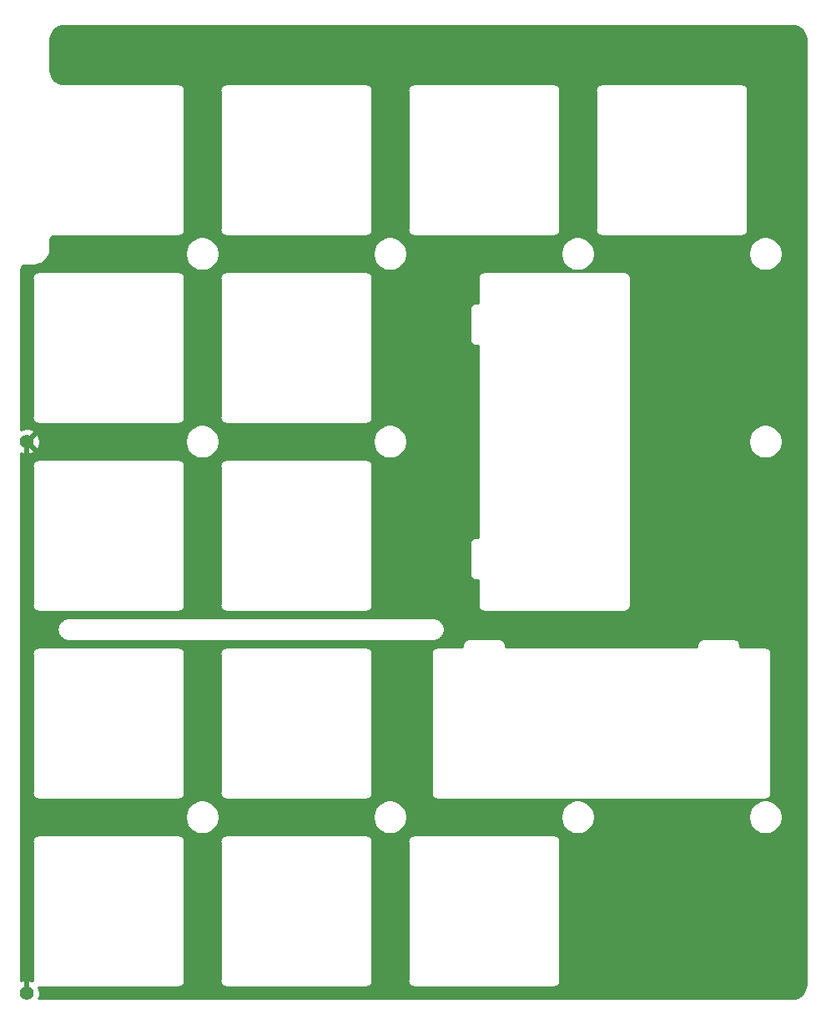
<source format=gbl>
G04 #@! TF.GenerationSoftware,KiCad,Pcbnew,(5.1.9)-1*
G04 #@! TF.CreationDate,2021-04-18T14:03:54+09:00*
G04 #@! TF.ProjectId,_____________,f3e135fa-7f28-4c8c-93d7-d7ecfcc82e6b,rev?*
G04 #@! TF.SameCoordinates,Original*
G04 #@! TF.FileFunction,Copper,L2,Bot*
G04 #@! TF.FilePolarity,Positive*
%FSLAX46Y46*%
G04 Gerber Fmt 4.6, Leading zero omitted, Abs format (unit mm)*
G04 Created by KiCad (PCBNEW (5.1.9)-1) date 2021-04-18 14:03:54*
%MOMM*%
%LPD*%
G01*
G04 APERTURE LIST*
G04 #@! TA.AperFunction,ComponentPad*
%ADD10C,1.400000*%
G04 #@! TD*
G04 #@! TA.AperFunction,Conductor*
%ADD11C,0.500000*%
G04 #@! TD*
G04 #@! TA.AperFunction,Conductor*
%ADD12C,0.254000*%
G04 #@! TD*
G04 #@! TA.AperFunction,Conductor*
%ADD13C,0.100000*%
G04 #@! TD*
G04 APERTURE END LIST*
D10*
X1225000Y1225000D03*
X1225000Y57150000D03*
D11*
X1225000Y1225000D02*
X1225000Y57150000D01*
D12*
X79217282Y99286733D02*
X79462355Y99212741D01*
X79688390Y99092557D01*
X79886781Y98930752D01*
X80049960Y98733503D01*
X80171720Y98508313D01*
X80247424Y98263753D01*
X80277501Y97977592D01*
X80277500Y2033505D01*
X80249233Y1745218D01*
X80175241Y1500145D01*
X80055054Y1274107D01*
X79893254Y1075721D01*
X79696003Y912540D01*
X79470810Y790779D01*
X79226253Y715076D01*
X78940102Y685000D01*
X2446173Y685000D01*
X2490934Y781242D01*
X2553183Y1036740D01*
X2564390Y1299473D01*
X2524125Y1559344D01*
X2439857Y1790147D01*
X2475000Y1786686D01*
X2508647Y1790000D01*
X16541353Y1790000D01*
X16575000Y1786686D01*
X16709283Y1799912D01*
X16838406Y1839081D01*
X16957407Y1902688D01*
X17061711Y1988289D01*
X17147312Y2092593D01*
X17210919Y2211594D01*
X17250088Y2340717D01*
X17260000Y2441353D01*
X17260000Y2441354D01*
X17263314Y2475000D01*
X17260000Y2508647D01*
X17260000Y16541353D01*
X17263314Y16575000D01*
X20836686Y16575000D01*
X20840001Y16541343D01*
X20840000Y2508647D01*
X20836686Y2475000D01*
X20849912Y2340717D01*
X20889081Y2211594D01*
X20952688Y2092593D01*
X21038289Y1988289D01*
X21121450Y1920040D01*
X21142593Y1902688D01*
X21261594Y1839081D01*
X21390717Y1799912D01*
X21525000Y1786686D01*
X21558647Y1790000D01*
X35591353Y1790000D01*
X35625000Y1786686D01*
X35759283Y1799912D01*
X35888406Y1839081D01*
X36007407Y1902688D01*
X36111711Y1988289D01*
X36197312Y2092593D01*
X36260919Y2211594D01*
X36300088Y2340717D01*
X36310000Y2441353D01*
X36310000Y2441354D01*
X36313314Y2475000D01*
X36310000Y2508647D01*
X36310000Y16541353D01*
X36313314Y16575000D01*
X39886686Y16575000D01*
X39890001Y16541343D01*
X39890000Y2508647D01*
X39886686Y2475000D01*
X39899912Y2340717D01*
X39939081Y2211594D01*
X40002688Y2092593D01*
X40088289Y1988289D01*
X40171450Y1920040D01*
X40192593Y1902688D01*
X40311594Y1839081D01*
X40440717Y1799912D01*
X40575000Y1786686D01*
X40608647Y1790000D01*
X54641353Y1790000D01*
X54675000Y1786686D01*
X54809283Y1799912D01*
X54938406Y1839081D01*
X55057407Y1902688D01*
X55161711Y1988289D01*
X55247312Y2092593D01*
X55310919Y2211594D01*
X55350088Y2340717D01*
X55360000Y2441353D01*
X55360000Y2441354D01*
X55363314Y2475000D01*
X55360000Y2508647D01*
X55360000Y16541353D01*
X55363314Y16575000D01*
X55350088Y16709283D01*
X55310919Y16838406D01*
X55247312Y16957407D01*
X55161711Y17061711D01*
X55057407Y17147312D01*
X54938406Y17210919D01*
X54809283Y17250088D01*
X54708647Y17260000D01*
X54675000Y17263314D01*
X54641353Y17260000D01*
X40608647Y17260000D01*
X40575000Y17263314D01*
X40541353Y17260000D01*
X40440717Y17250088D01*
X40311594Y17210919D01*
X40192593Y17147312D01*
X40088289Y17061711D01*
X40002688Y16957407D01*
X39939081Y16838406D01*
X39899912Y16709283D01*
X39886686Y16575000D01*
X36313314Y16575000D01*
X36300088Y16709283D01*
X36260919Y16838406D01*
X36197312Y16957407D01*
X36111711Y17061711D01*
X36007407Y17147312D01*
X35888406Y17210919D01*
X35759283Y17250088D01*
X35658647Y17260000D01*
X35625000Y17263314D01*
X35591353Y17260000D01*
X21558647Y17260000D01*
X21525000Y17263314D01*
X21491353Y17260000D01*
X21390717Y17250088D01*
X21261594Y17210919D01*
X21142593Y17147312D01*
X21038289Y17061711D01*
X20952688Y16957407D01*
X20889081Y16838406D01*
X20849912Y16709283D01*
X20836686Y16575000D01*
X17263314Y16575000D01*
X17250088Y16709283D01*
X17210919Y16838406D01*
X17147312Y16957407D01*
X17061711Y17061711D01*
X16957407Y17147312D01*
X16838406Y17210919D01*
X16709283Y17250088D01*
X16608647Y17260000D01*
X16575000Y17263314D01*
X16541353Y17260000D01*
X2508647Y17260000D01*
X2475000Y17263314D01*
X2441353Y17260000D01*
X2340717Y17250088D01*
X2211594Y17210919D01*
X2092593Y17147312D01*
X1988289Y17061711D01*
X1902688Y16957407D01*
X1839081Y16838406D01*
X1799912Y16709283D01*
X1786686Y16575000D01*
X1790001Y16541343D01*
X1790000Y2508647D01*
X1786686Y2475000D01*
X1790703Y2434219D01*
X1668758Y2490934D01*
X1413260Y2553183D01*
X1150527Y2564390D01*
X890656Y2524125D01*
X685000Y2449038D01*
X685000Y19220883D01*
X17315000Y19220883D01*
X17315000Y18879117D01*
X17381675Y18543919D01*
X17512463Y18228169D01*
X17702337Y17944002D01*
X17944002Y17702337D01*
X18228169Y17512463D01*
X18543919Y17381675D01*
X18879117Y17315000D01*
X19220883Y17315000D01*
X19556081Y17381675D01*
X19871831Y17512463D01*
X20155998Y17702337D01*
X20397663Y17944002D01*
X20587537Y18228169D01*
X20718325Y18543919D01*
X20785000Y18879117D01*
X20785000Y19220883D01*
X36365000Y19220883D01*
X36365000Y18879117D01*
X36431675Y18543919D01*
X36562463Y18228169D01*
X36752337Y17944002D01*
X36994002Y17702337D01*
X37278169Y17512463D01*
X37593919Y17381675D01*
X37929117Y17315000D01*
X38270883Y17315000D01*
X38606081Y17381675D01*
X38921831Y17512463D01*
X39205998Y17702337D01*
X39447663Y17944002D01*
X39637537Y18228169D01*
X39768325Y18543919D01*
X39835000Y18879117D01*
X39835000Y19220883D01*
X55415000Y19220883D01*
X55415000Y18879117D01*
X55481675Y18543919D01*
X55612463Y18228169D01*
X55802337Y17944002D01*
X56044002Y17702337D01*
X56328169Y17512463D01*
X56643919Y17381675D01*
X56979117Y17315000D01*
X57320883Y17315000D01*
X57656081Y17381675D01*
X57971831Y17512463D01*
X58255998Y17702337D01*
X58497663Y17944002D01*
X58687537Y18228169D01*
X58818325Y18543919D01*
X58885000Y18879117D01*
X58885000Y19220883D01*
X74465000Y19220883D01*
X74465000Y18879117D01*
X74531675Y18543919D01*
X74662463Y18228169D01*
X74852337Y17944002D01*
X75094002Y17702337D01*
X75378169Y17512463D01*
X75693919Y17381675D01*
X76029117Y17315000D01*
X76370883Y17315000D01*
X76706081Y17381675D01*
X77021831Y17512463D01*
X77305998Y17702337D01*
X77547663Y17944002D01*
X77737537Y18228169D01*
X77868325Y18543919D01*
X77935000Y18879117D01*
X77935000Y19220883D01*
X77868325Y19556081D01*
X77737537Y19871831D01*
X77547663Y20155998D01*
X77305998Y20397663D01*
X77021831Y20587537D01*
X76706081Y20718325D01*
X76370883Y20785000D01*
X76029117Y20785000D01*
X75693919Y20718325D01*
X75378169Y20587537D01*
X75094002Y20397663D01*
X74852337Y20155998D01*
X74662463Y19871831D01*
X74531675Y19556081D01*
X74465000Y19220883D01*
X58885000Y19220883D01*
X58818325Y19556081D01*
X58687537Y19871831D01*
X58497663Y20155998D01*
X58255998Y20397663D01*
X57971831Y20587537D01*
X57656081Y20718325D01*
X57320883Y20785000D01*
X56979117Y20785000D01*
X56643919Y20718325D01*
X56328169Y20587537D01*
X56044002Y20397663D01*
X55802337Y20155998D01*
X55612463Y19871831D01*
X55481675Y19556081D01*
X55415000Y19220883D01*
X39835000Y19220883D01*
X39768325Y19556081D01*
X39637537Y19871831D01*
X39447663Y20155998D01*
X39205998Y20397663D01*
X38921831Y20587537D01*
X38606081Y20718325D01*
X38270883Y20785000D01*
X37929117Y20785000D01*
X37593919Y20718325D01*
X37278169Y20587537D01*
X36994002Y20397663D01*
X36752337Y20155998D01*
X36562463Y19871831D01*
X36431675Y19556081D01*
X36365000Y19220883D01*
X20785000Y19220883D01*
X20718325Y19556081D01*
X20587537Y19871831D01*
X20397663Y20155998D01*
X20155998Y20397663D01*
X19871831Y20587537D01*
X19556081Y20718325D01*
X19220883Y20785000D01*
X18879117Y20785000D01*
X18543919Y20718325D01*
X18228169Y20587537D01*
X17944002Y20397663D01*
X17702337Y20155998D01*
X17512463Y19871831D01*
X17381675Y19556081D01*
X17315000Y19220883D01*
X685000Y19220883D01*
X685000Y35625000D01*
X1786686Y35625000D01*
X1790001Y35591343D01*
X1790000Y21558647D01*
X1786686Y21525000D01*
X1799912Y21390717D01*
X1839081Y21261594D01*
X1902688Y21142593D01*
X1988289Y21038289D01*
X2092593Y20952688D01*
X2211594Y20889081D01*
X2340717Y20849912D01*
X2475000Y20836686D01*
X2508647Y20840000D01*
X16541353Y20840000D01*
X16575000Y20836686D01*
X16709283Y20849912D01*
X16838406Y20889081D01*
X16957407Y20952688D01*
X17061711Y21038289D01*
X17147312Y21142593D01*
X17210919Y21261594D01*
X17250088Y21390717D01*
X17260000Y21491353D01*
X17260000Y21491354D01*
X17263314Y21525000D01*
X17260000Y21558647D01*
X17260000Y35591354D01*
X17263314Y35625000D01*
X20836686Y35625000D01*
X20840001Y35591343D01*
X20840000Y21558647D01*
X20836686Y21525000D01*
X20849912Y21390717D01*
X20889081Y21261594D01*
X20952688Y21142593D01*
X21038289Y21038289D01*
X21142593Y20952688D01*
X21261594Y20889081D01*
X21390717Y20849912D01*
X21525000Y20836686D01*
X21558647Y20840000D01*
X35591353Y20840000D01*
X35625000Y20836686D01*
X35759283Y20849912D01*
X35888406Y20889081D01*
X36007407Y20952688D01*
X36111711Y21038289D01*
X36197312Y21142593D01*
X36260919Y21261594D01*
X36300088Y21390717D01*
X36310000Y21491353D01*
X36310000Y21491354D01*
X36313314Y21525000D01*
X36310000Y21558647D01*
X36310000Y35591354D01*
X36313314Y35625000D01*
X42267936Y35625000D01*
X42271250Y35591354D01*
X42271251Y21558657D01*
X42267936Y21525000D01*
X42281162Y21390717D01*
X42320331Y21261594D01*
X42383938Y21142593D01*
X42469539Y21038289D01*
X42573843Y20952688D01*
X42692844Y20889081D01*
X42821967Y20849912D01*
X42922603Y20840000D01*
X42956250Y20836686D01*
X42989897Y20840000D01*
X76072603Y20840000D01*
X76106250Y20836686D01*
X76240533Y20849912D01*
X76369656Y20889081D01*
X76488657Y20952688D01*
X76592961Y21038289D01*
X76678562Y21142593D01*
X76742169Y21261594D01*
X76781338Y21390717D01*
X76791250Y21491353D01*
X76791250Y21491354D01*
X76794564Y21525000D01*
X76791250Y21558647D01*
X76791250Y35591354D01*
X76794564Y35625000D01*
X76781338Y35759283D01*
X76742169Y35888406D01*
X76678562Y36007407D01*
X76592961Y36111711D01*
X76488657Y36197312D01*
X76369656Y36260919D01*
X76240533Y36300088D01*
X76139897Y36310000D01*
X76106250Y36313314D01*
X76072603Y36310000D01*
X73616250Y36310000D01*
X73616250Y36441353D01*
X73619564Y36475000D01*
X73606338Y36609283D01*
X73567169Y36738406D01*
X73503562Y36857407D01*
X73417961Y36961711D01*
X73313657Y37047312D01*
X73194656Y37110919D01*
X73065533Y37150088D01*
X72964897Y37160000D01*
X72931250Y37163314D01*
X72897603Y37160000D01*
X69964897Y37160000D01*
X69931250Y37163314D01*
X69897603Y37160000D01*
X69796967Y37150088D01*
X69667844Y37110919D01*
X69548843Y37047312D01*
X69444539Y36961711D01*
X69358938Y36857407D01*
X69295331Y36738406D01*
X69256162Y36609283D01*
X69242936Y36475000D01*
X69246250Y36441353D01*
X69246250Y36310000D01*
X49816250Y36310000D01*
X49816250Y36441353D01*
X49819564Y36475000D01*
X49806338Y36609283D01*
X49767169Y36738406D01*
X49703562Y36857407D01*
X49617961Y36961711D01*
X49513657Y37047312D01*
X49394656Y37110919D01*
X49265533Y37150088D01*
X49164897Y37160000D01*
X49131250Y37163314D01*
X49097603Y37160000D01*
X46164897Y37160000D01*
X46131250Y37163314D01*
X46097603Y37160000D01*
X45996967Y37150088D01*
X45867844Y37110919D01*
X45748843Y37047312D01*
X45644539Y36961711D01*
X45558938Y36857407D01*
X45495331Y36738406D01*
X45456162Y36609283D01*
X45442936Y36475000D01*
X45446250Y36441353D01*
X45446250Y36310000D01*
X42989897Y36310000D01*
X42956250Y36313314D01*
X42922603Y36310000D01*
X42821967Y36300088D01*
X42692844Y36260919D01*
X42573843Y36197312D01*
X42469539Y36111711D01*
X42383938Y36007407D01*
X42320331Y35888406D01*
X42281162Y35759283D01*
X42267936Y35625000D01*
X36313314Y35625000D01*
X36300088Y35759283D01*
X36260919Y35888406D01*
X36197312Y36007407D01*
X36111711Y36111711D01*
X36007407Y36197312D01*
X35888406Y36260919D01*
X35759283Y36300088D01*
X35658647Y36310000D01*
X35625000Y36313314D01*
X35591353Y36310000D01*
X21558647Y36310000D01*
X21525000Y36313314D01*
X21491353Y36310000D01*
X21390717Y36300088D01*
X21261594Y36260919D01*
X21142593Y36197312D01*
X21038289Y36111711D01*
X20952688Y36007407D01*
X20889081Y35888406D01*
X20849912Y35759283D01*
X20836686Y35625000D01*
X17263314Y35625000D01*
X17250088Y35759283D01*
X17210919Y35888406D01*
X17147312Y36007407D01*
X17061711Y36111711D01*
X16957407Y36197312D01*
X16838406Y36260919D01*
X16709283Y36300088D01*
X16608647Y36310000D01*
X16575000Y36313314D01*
X16541353Y36310000D01*
X2508647Y36310000D01*
X2475000Y36313314D01*
X2441353Y36310000D01*
X2340717Y36300088D01*
X2211594Y36260919D01*
X2092593Y36197312D01*
X1988289Y36111711D01*
X1902688Y36007407D01*
X1839081Y35888406D01*
X1799912Y35759283D01*
X1786686Y35625000D01*
X685000Y35625000D01*
X685000Y38158591D01*
X4317831Y38158591D01*
X4318265Y38096509D01*
X4317831Y38034427D01*
X4318764Y38024908D01*
X4328964Y37927860D01*
X4341455Y37867010D01*
X4353082Y37806058D01*
X4355845Y37796904D01*
X4355847Y37796898D01*
X4384702Y37703683D01*
X4408754Y37646467D01*
X4432020Y37588881D01*
X4436510Y37580436D01*
X4482923Y37494599D01*
X4517638Y37443133D01*
X4551636Y37391179D01*
X4557680Y37383768D01*
X4619882Y37308579D01*
X4663930Y37264838D01*
X4707369Y37220478D01*
X4714739Y37214382D01*
X4714744Y37214377D01*
X4714750Y37214373D01*
X4790360Y37152706D01*
X4842041Y37118368D01*
X4893306Y37083267D01*
X4901719Y37078718D01*
X4987880Y37032906D01*
X5045296Y37009242D01*
X5102339Y36984792D01*
X5111475Y36981964D01*
X5204893Y36953759D01*
X5265813Y36941697D01*
X5326530Y36928791D01*
X5336042Y36927791D01*
X5433159Y36918269D01*
X5433163Y36918269D01*
X5466353Y36915000D01*
X42489897Y36915000D01*
X42523585Y36918318D01*
X42530072Y36918318D01*
X42539584Y36919318D01*
X42581711Y36924043D01*
X42590533Y36924912D01*
X42591164Y36925103D01*
X42636559Y36930195D01*
X42697255Y36943096D01*
X42758192Y36955162D01*
X42767329Y36957990D01*
X42860344Y36987496D01*
X42917445Y37011970D01*
X42974808Y37035613D01*
X42983221Y37040161D01*
X43068734Y37087172D01*
X43119949Y37122240D01*
X43171677Y37156608D01*
X43179039Y37162700D01*
X43179043Y37162702D01*
X43179046Y37162705D01*
X43253798Y37225430D01*
X43297235Y37269787D01*
X43341287Y37313532D01*
X43347332Y37320943D01*
X43408478Y37396993D01*
X43442486Y37448963D01*
X43477191Y37500416D01*
X43481682Y37508861D01*
X43526892Y37595340D01*
X43550144Y37652892D01*
X43574207Y37710134D01*
X43576971Y37719290D01*
X43604523Y37812902D01*
X43616158Y37873893D01*
X43628641Y37934709D01*
X43629575Y37944227D01*
X43638419Y38041410D01*
X43637985Y38103492D01*
X43638419Y38165573D01*
X43637486Y38175091D01*
X43627286Y38272140D01*
X43614797Y38332983D01*
X43603168Y38393942D01*
X43600404Y38403098D01*
X43571548Y38496317D01*
X43547482Y38553566D01*
X43524229Y38611119D01*
X43519739Y38619564D01*
X43473327Y38705402D01*
X43438600Y38756885D01*
X43404614Y38808821D01*
X43398570Y38816233D01*
X43336368Y38891421D01*
X43292301Y38935182D01*
X43248880Y38979522D01*
X43241511Y38985619D01*
X43165890Y39047294D01*
X43114209Y39081632D01*
X43062944Y39116733D01*
X43054531Y39121282D01*
X42968370Y39167094D01*
X42910954Y39190758D01*
X42853911Y39215208D01*
X42844775Y39218036D01*
X42751357Y39246241D01*
X42690445Y39258302D01*
X42629721Y39271209D01*
X42620209Y39272209D01*
X42523091Y39281731D01*
X42523087Y39281731D01*
X42489897Y39285000D01*
X5466353Y39285000D01*
X5432665Y39281682D01*
X5426178Y39281682D01*
X5416666Y39280682D01*
X5374539Y39275957D01*
X5365717Y39275088D01*
X5365086Y39274897D01*
X5319691Y39269805D01*
X5258988Y39256902D01*
X5198058Y39244838D01*
X5188921Y39242010D01*
X5095906Y39212504D01*
X5038817Y39188035D01*
X4981442Y39164387D01*
X4973028Y39159838D01*
X4887516Y39112828D01*
X4836274Y39077742D01*
X4784573Y39043391D01*
X4777211Y39037300D01*
X4777207Y39037298D01*
X4777204Y39037295D01*
X4702452Y38974570D01*
X4659031Y38930229D01*
X4614963Y38886468D01*
X4608918Y38879057D01*
X4547772Y38803007D01*
X4513774Y38751053D01*
X4479059Y38699584D01*
X4474568Y38691139D01*
X4429358Y38604660D01*
X4406113Y38547125D01*
X4382043Y38489866D01*
X4379279Y38480710D01*
X4351727Y38387098D01*
X4340094Y38326115D01*
X4327609Y38265292D01*
X4326675Y38255773D01*
X4317831Y38158591D01*
X685000Y38158591D01*
X685000Y54675000D01*
X1786686Y54675000D01*
X1790001Y54641343D01*
X1790000Y40608647D01*
X1786686Y40575000D01*
X1799912Y40440717D01*
X1839081Y40311594D01*
X1902688Y40192593D01*
X1988289Y40088289D01*
X2092593Y40002688D01*
X2211594Y39939081D01*
X2340717Y39899912D01*
X2475000Y39886686D01*
X2508647Y39890000D01*
X16541353Y39890000D01*
X16575000Y39886686D01*
X16709283Y39899912D01*
X16838406Y39939081D01*
X16957407Y40002688D01*
X17061711Y40088289D01*
X17147312Y40192593D01*
X17210919Y40311594D01*
X17250088Y40440717D01*
X17260000Y40541353D01*
X17260000Y40541354D01*
X17263314Y40575000D01*
X17260000Y40608647D01*
X17260000Y54641353D01*
X17263314Y54675000D01*
X20836686Y54675000D01*
X20840001Y54641343D01*
X20840000Y40608647D01*
X20836686Y40575000D01*
X20849912Y40440717D01*
X20889081Y40311594D01*
X20952688Y40192593D01*
X21038289Y40088289D01*
X21142593Y40002688D01*
X21261594Y39939081D01*
X21390717Y39899912D01*
X21525000Y39886686D01*
X21558647Y39890000D01*
X35591353Y39890000D01*
X35625000Y39886686D01*
X35759283Y39899912D01*
X35888406Y39939081D01*
X36007407Y40002688D01*
X36111711Y40088289D01*
X36197312Y40192593D01*
X36260919Y40311594D01*
X36300088Y40440717D01*
X36310000Y40541353D01*
X36310000Y40541354D01*
X36313314Y40575000D01*
X36310000Y40608647D01*
X36310000Y54641353D01*
X36313314Y54675000D01*
X36300088Y54809283D01*
X36260919Y54938406D01*
X36197312Y55057407D01*
X36111711Y55161711D01*
X36007407Y55247312D01*
X35888406Y55310919D01*
X35759283Y55350088D01*
X35658647Y55360000D01*
X35625000Y55363314D01*
X35591353Y55360000D01*
X21558647Y55360000D01*
X21525000Y55363314D01*
X21491353Y55360000D01*
X21390717Y55350088D01*
X21261594Y55310919D01*
X21142593Y55247312D01*
X21038289Y55161711D01*
X20952688Y55057407D01*
X20889081Y54938406D01*
X20849912Y54809283D01*
X20836686Y54675000D01*
X17263314Y54675000D01*
X17250088Y54809283D01*
X17210919Y54938406D01*
X17147312Y55057407D01*
X17061711Y55161711D01*
X16957407Y55247312D01*
X16838406Y55310919D01*
X16709283Y55350088D01*
X16608647Y55360000D01*
X16575000Y55363314D01*
X16541353Y55360000D01*
X2508647Y55360000D01*
X2475000Y55363314D01*
X2441353Y55360000D01*
X2340717Y55350088D01*
X2211594Y55310919D01*
X2092593Y55247312D01*
X1988289Y55161711D01*
X1902688Y55057407D01*
X1839081Y54938406D01*
X1799912Y54809283D01*
X1786686Y54675000D01*
X685000Y54675000D01*
X685000Y55928827D01*
X781242Y55884066D01*
X1036740Y55821817D01*
X1299473Y55810610D01*
X1559344Y55850875D01*
X1806366Y55941065D01*
X1907203Y55994963D01*
X1966664Y56228731D01*
X1225000Y56970395D01*
X1210858Y56956253D01*
X1031253Y57135858D01*
X1045395Y57150000D01*
X1404605Y57150000D01*
X2146269Y56408336D01*
X2380037Y56467797D01*
X2490934Y56706242D01*
X2553183Y56961740D01*
X2564390Y57224473D01*
X2549453Y57320883D01*
X17315000Y57320883D01*
X17315000Y56979117D01*
X17381675Y56643919D01*
X17512463Y56328169D01*
X17702337Y56044002D01*
X17944002Y55802337D01*
X18228169Y55612463D01*
X18543919Y55481675D01*
X18879117Y55415000D01*
X19220883Y55415000D01*
X19556081Y55481675D01*
X19871831Y55612463D01*
X20155998Y55802337D01*
X20397663Y56044002D01*
X20587537Y56328169D01*
X20718325Y56643919D01*
X20785000Y56979117D01*
X20785000Y57320883D01*
X36365000Y57320883D01*
X36365000Y56979117D01*
X36431675Y56643919D01*
X36562463Y56328169D01*
X36752337Y56044002D01*
X36994002Y55802337D01*
X37278169Y55612463D01*
X37593919Y55481675D01*
X37929117Y55415000D01*
X38270883Y55415000D01*
X38606081Y55481675D01*
X38921831Y55612463D01*
X39205998Y55802337D01*
X39447663Y56044002D01*
X39637537Y56328169D01*
X39768325Y56643919D01*
X39835000Y56979117D01*
X39835000Y57320883D01*
X39768325Y57656081D01*
X39637537Y57971831D01*
X39447663Y58255998D01*
X39205998Y58497663D01*
X38921831Y58687537D01*
X38606081Y58818325D01*
X38270883Y58885000D01*
X37929117Y58885000D01*
X37593919Y58818325D01*
X37278169Y58687537D01*
X36994002Y58497663D01*
X36752337Y58255998D01*
X36562463Y57971831D01*
X36431675Y57656081D01*
X36365000Y57320883D01*
X20785000Y57320883D01*
X20718325Y57656081D01*
X20587537Y57971831D01*
X20397663Y58255998D01*
X20155998Y58497663D01*
X19871831Y58687537D01*
X19556081Y58818325D01*
X19220883Y58885000D01*
X18879117Y58885000D01*
X18543919Y58818325D01*
X18228169Y58687537D01*
X17944002Y58497663D01*
X17702337Y58255998D01*
X17512463Y57971831D01*
X17381675Y57656081D01*
X17315000Y57320883D01*
X2549453Y57320883D01*
X2524125Y57484344D01*
X2433935Y57731366D01*
X2380037Y57832203D01*
X2146269Y57891664D01*
X1404605Y57150000D01*
X1045395Y57150000D01*
X1031253Y57164143D01*
X1210858Y57343748D01*
X1225000Y57329605D01*
X1966664Y58071269D01*
X1907203Y58305037D01*
X1668758Y58415934D01*
X1413260Y58478183D01*
X1150527Y58489390D01*
X890656Y58449125D01*
X685000Y58374038D01*
X685000Y73725000D01*
X1786686Y73725000D01*
X1790001Y73691343D01*
X1790000Y59658647D01*
X1786686Y59625000D01*
X1799912Y59490717D01*
X1839081Y59361594D01*
X1902688Y59242593D01*
X1988289Y59138289D01*
X2092593Y59052688D01*
X2211594Y58989081D01*
X2340717Y58949912D01*
X2475000Y58936686D01*
X2508647Y58940000D01*
X16541353Y58940000D01*
X16575000Y58936686D01*
X16709283Y58949912D01*
X16838406Y58989081D01*
X16957407Y59052688D01*
X17061711Y59138289D01*
X17147312Y59242593D01*
X17210919Y59361594D01*
X17250088Y59490717D01*
X17260000Y59591353D01*
X17260000Y59591354D01*
X17263314Y59625000D01*
X17260000Y59658647D01*
X17260000Y73691353D01*
X17263314Y73725000D01*
X20836686Y73725000D01*
X20840001Y73691343D01*
X20840000Y59658647D01*
X20836686Y59625000D01*
X20849912Y59490717D01*
X20889081Y59361594D01*
X20952688Y59242593D01*
X21038289Y59138289D01*
X21142593Y59052688D01*
X21261594Y58989081D01*
X21390717Y58949912D01*
X21525000Y58936686D01*
X21558647Y58940000D01*
X35591353Y58940000D01*
X35625000Y58936686D01*
X35759283Y58949912D01*
X35888406Y58989081D01*
X36007407Y59052688D01*
X36111711Y59138289D01*
X36197312Y59242593D01*
X36260919Y59361594D01*
X36300088Y59490717D01*
X36310000Y59591353D01*
X36310000Y59591354D01*
X36313314Y59625000D01*
X36310000Y59658647D01*
X36310000Y70550000D01*
X46180436Y70550000D01*
X46183751Y70516343D01*
X46183750Y67583647D01*
X46180436Y67550000D01*
X46193662Y67415717D01*
X46232831Y67286594D01*
X46296438Y67167593D01*
X46382039Y67063289D01*
X46486343Y66977688D01*
X46605344Y66914081D01*
X46734467Y66874912D01*
X46868750Y66861686D01*
X46902397Y66865000D01*
X47033751Y66865000D01*
X47033750Y47435000D01*
X46902397Y47435000D01*
X46868750Y47438314D01*
X46835103Y47435000D01*
X46734467Y47425088D01*
X46605344Y47385919D01*
X46486343Y47322312D01*
X46382039Y47236711D01*
X46296438Y47132407D01*
X46232831Y47013406D01*
X46193662Y46884283D01*
X46180436Y46750000D01*
X46183751Y46716343D01*
X46183750Y43783647D01*
X46180436Y43750000D01*
X46193662Y43615717D01*
X46232831Y43486594D01*
X46296438Y43367593D01*
X46382039Y43263289D01*
X46486343Y43177688D01*
X46605344Y43114081D01*
X46734467Y43074912D01*
X46868750Y43061686D01*
X46902397Y43065000D01*
X47033751Y43065000D01*
X47033750Y40608647D01*
X47030436Y40575000D01*
X47043662Y40440717D01*
X47082831Y40311594D01*
X47146438Y40192593D01*
X47232039Y40088289D01*
X47336343Y40002688D01*
X47455344Y39939081D01*
X47584467Y39899912D01*
X47718750Y39886686D01*
X47752397Y39890000D01*
X61785103Y39890000D01*
X61818750Y39886686D01*
X61852397Y39890000D01*
X61953033Y39899912D01*
X62082156Y39939081D01*
X62201157Y40002688D01*
X62305461Y40088289D01*
X62391062Y40192593D01*
X62454669Y40311594D01*
X62493838Y40440717D01*
X62507064Y40575000D01*
X62503750Y40608647D01*
X62503750Y57320883D01*
X74465000Y57320883D01*
X74465000Y56979117D01*
X74531675Y56643919D01*
X74662463Y56328169D01*
X74852337Y56044002D01*
X75094002Y55802337D01*
X75378169Y55612463D01*
X75693919Y55481675D01*
X76029117Y55415000D01*
X76370883Y55415000D01*
X76706081Y55481675D01*
X77021831Y55612463D01*
X77305998Y55802337D01*
X77547663Y56044002D01*
X77737537Y56328169D01*
X77868325Y56643919D01*
X77935000Y56979117D01*
X77935000Y57320883D01*
X77868325Y57656081D01*
X77737537Y57971831D01*
X77547663Y58255998D01*
X77305998Y58497663D01*
X77021831Y58687537D01*
X76706081Y58818325D01*
X76370883Y58885000D01*
X76029117Y58885000D01*
X75693919Y58818325D01*
X75378169Y58687537D01*
X75094002Y58497663D01*
X74852337Y58255998D01*
X74662463Y57971831D01*
X74531675Y57656081D01*
X74465000Y57320883D01*
X62503750Y57320883D01*
X62503750Y73691353D01*
X62507064Y73725000D01*
X62493838Y73859283D01*
X62454669Y73988406D01*
X62391062Y74107407D01*
X62305461Y74211711D01*
X62201157Y74297312D01*
X62082156Y74360919D01*
X61953033Y74400088D01*
X61852397Y74410000D01*
X61818750Y74413314D01*
X61785103Y74410000D01*
X47752397Y74410000D01*
X47718750Y74413314D01*
X47685103Y74410000D01*
X47584467Y74400088D01*
X47455344Y74360919D01*
X47336343Y74297312D01*
X47232039Y74211711D01*
X47146438Y74107407D01*
X47082831Y73988406D01*
X47043662Y73859283D01*
X47030436Y73725000D01*
X47033751Y73691343D01*
X47033750Y71235000D01*
X46902397Y71235000D01*
X46868750Y71238314D01*
X46835103Y71235000D01*
X46734467Y71225088D01*
X46605344Y71185919D01*
X46486343Y71122312D01*
X46382039Y71036711D01*
X46296438Y70932407D01*
X46232831Y70813406D01*
X46193662Y70684283D01*
X46180436Y70550000D01*
X36310000Y70550000D01*
X36310000Y73691353D01*
X36313314Y73725000D01*
X36300088Y73859283D01*
X36260919Y73988406D01*
X36197312Y74107407D01*
X36111711Y74211711D01*
X36007407Y74297312D01*
X35888406Y74360919D01*
X35759283Y74400088D01*
X35658647Y74410000D01*
X35625000Y74413314D01*
X35591353Y74410000D01*
X21558647Y74410000D01*
X21525000Y74413314D01*
X21491353Y74410000D01*
X21390717Y74400088D01*
X21261594Y74360919D01*
X21142593Y74297312D01*
X21038289Y74211711D01*
X20952688Y74107407D01*
X20889081Y73988406D01*
X20849912Y73859283D01*
X20836686Y73725000D01*
X17263314Y73725000D01*
X17250088Y73859283D01*
X17210919Y73988406D01*
X17147312Y74107407D01*
X17061711Y74211711D01*
X16957407Y74297312D01*
X16838406Y74360919D01*
X16709283Y74400088D01*
X16608647Y74410000D01*
X16575000Y74413314D01*
X16541353Y74410000D01*
X2508647Y74410000D01*
X2475000Y74413314D01*
X2441353Y74410000D01*
X2340717Y74400088D01*
X2211594Y74360919D01*
X2092593Y74297312D01*
X1988289Y74211711D01*
X1902688Y74107407D01*
X1839081Y73988406D01*
X1799912Y73859283D01*
X1786686Y73725000D01*
X685000Y73725000D01*
X685000Y74691495D01*
X694222Y74785547D01*
X711805Y74843786D01*
X740366Y74897501D01*
X778816Y74944646D01*
X825691Y74983424D01*
X879204Y75012358D01*
X937323Y75030349D01*
X1029145Y75040000D01*
X1983647Y75040000D01*
X2012955Y75042887D01*
X2019066Y75042844D01*
X2028585Y75043777D01*
X2222682Y75064178D01*
X2283496Y75076661D01*
X2344481Y75088295D01*
X2353637Y75091059D01*
X2540075Y75148771D01*
X2597279Y75172818D01*
X2654873Y75196087D01*
X2663317Y75200577D01*
X2834994Y75293402D01*
X2886468Y75328122D01*
X2938418Y75362117D01*
X2945829Y75368161D01*
X3096207Y75492565D01*
X3139973Y75536638D01*
X3184311Y75580057D01*
X3190408Y75587426D01*
X3313758Y75738668D01*
X3348126Y75790397D01*
X3383191Y75841608D01*
X3387739Y75850019D01*
X3387740Y75850020D01*
X3387742Y75850024D01*
X3479366Y76022343D01*
X3503022Y76079739D01*
X3527482Y76136807D01*
X3530310Y76145944D01*
X3586719Y76332780D01*
X3594263Y76370883D01*
X17315000Y76370883D01*
X17315000Y76029117D01*
X17381675Y75693919D01*
X17512463Y75378169D01*
X17702337Y75094002D01*
X17944002Y74852337D01*
X18228169Y74662463D01*
X18543919Y74531675D01*
X18879117Y74465000D01*
X19220883Y74465000D01*
X19556081Y74531675D01*
X19871831Y74662463D01*
X20155998Y74852337D01*
X20397663Y75094002D01*
X20587537Y75378169D01*
X20718325Y75693919D01*
X20785000Y76029117D01*
X20785000Y76370883D01*
X36365000Y76370883D01*
X36365000Y76029117D01*
X36431675Y75693919D01*
X36562463Y75378169D01*
X36752337Y75094002D01*
X36994002Y74852337D01*
X37278169Y74662463D01*
X37593919Y74531675D01*
X37929117Y74465000D01*
X38270883Y74465000D01*
X38606081Y74531675D01*
X38921831Y74662463D01*
X39205998Y74852337D01*
X39447663Y75094002D01*
X39637537Y75378169D01*
X39768325Y75693919D01*
X39835000Y76029117D01*
X39835000Y76370883D01*
X55415000Y76370883D01*
X55415000Y76029117D01*
X55481675Y75693919D01*
X55612463Y75378169D01*
X55802337Y75094002D01*
X56044002Y74852337D01*
X56328169Y74662463D01*
X56643919Y74531675D01*
X56979117Y74465000D01*
X57320883Y74465000D01*
X57656081Y74531675D01*
X57971831Y74662463D01*
X58255998Y74852337D01*
X58497663Y75094002D01*
X58687537Y75378169D01*
X58818325Y75693919D01*
X58885000Y76029117D01*
X58885000Y76370883D01*
X74465000Y76370883D01*
X74465000Y76029117D01*
X74531675Y75693919D01*
X74662463Y75378169D01*
X74852337Y75094002D01*
X75094002Y74852337D01*
X75378169Y74662463D01*
X75693919Y74531675D01*
X76029117Y74465000D01*
X76370883Y74465000D01*
X76706081Y74531675D01*
X77021831Y74662463D01*
X77305998Y74852337D01*
X77547663Y75094002D01*
X77737537Y75378169D01*
X77868325Y75693919D01*
X77935000Y76029117D01*
X77935000Y76370883D01*
X77868325Y76706081D01*
X77737537Y77021831D01*
X77547663Y77305998D01*
X77305998Y77547663D01*
X77021831Y77737537D01*
X76706081Y77868325D01*
X76370883Y77935000D01*
X76029117Y77935000D01*
X75693919Y77868325D01*
X75378169Y77737537D01*
X75094002Y77547663D01*
X74852337Y77305998D01*
X74662463Y77021831D01*
X74531675Y76706081D01*
X74465000Y76370883D01*
X58885000Y76370883D01*
X58818325Y76706081D01*
X58687537Y77021831D01*
X58497663Y77305998D01*
X58255998Y77547663D01*
X57971831Y77737537D01*
X57656081Y77868325D01*
X57320883Y77935000D01*
X56979117Y77935000D01*
X56643919Y77868325D01*
X56328169Y77737537D01*
X56044002Y77547663D01*
X55802337Y77305998D01*
X55612463Y77021831D01*
X55481675Y76706081D01*
X55415000Y76370883D01*
X39835000Y76370883D01*
X39768325Y76706081D01*
X39637537Y77021831D01*
X39447663Y77305998D01*
X39205998Y77547663D01*
X38921831Y77737537D01*
X38606081Y77868325D01*
X38270883Y77935000D01*
X37929117Y77935000D01*
X37593919Y77868325D01*
X37278169Y77737537D01*
X36994002Y77547663D01*
X36752337Y77305998D01*
X36562463Y77021831D01*
X36431675Y76706081D01*
X36365000Y76370883D01*
X20785000Y76370883D01*
X20718325Y76706081D01*
X20587537Y77021831D01*
X20397663Y77305998D01*
X20155998Y77547663D01*
X19871831Y77737537D01*
X19556081Y77868325D01*
X19220883Y77935000D01*
X18879117Y77935000D01*
X18543919Y77868325D01*
X18228169Y77737537D01*
X17944002Y77547663D01*
X17702337Y77305998D01*
X17512463Y77021831D01*
X17381675Y76706081D01*
X17315000Y76370883D01*
X3594263Y76370883D01*
X3598780Y76393690D01*
X3611686Y76454409D01*
X3612686Y76463921D01*
X3631731Y76658155D01*
X3631731Y76658163D01*
X3635000Y76691353D01*
X3635000Y77641495D01*
X3644222Y77735547D01*
X3661805Y77793786D01*
X3690366Y77847501D01*
X3728816Y77894646D01*
X3775691Y77933424D01*
X3829204Y77962358D01*
X3887323Y77980349D01*
X3979145Y77990000D01*
X16541353Y77990000D01*
X16575000Y77986686D01*
X16709283Y77999912D01*
X16838406Y78039081D01*
X16957407Y78102688D01*
X17061711Y78188289D01*
X17147312Y78292593D01*
X17210919Y78411594D01*
X17250088Y78540717D01*
X17260000Y78641353D01*
X17260000Y78641354D01*
X17263314Y78675000D01*
X17260000Y78708647D01*
X17260000Y92741353D01*
X17263314Y92775000D01*
X20836686Y92775000D01*
X20840001Y92741343D01*
X20840000Y78708647D01*
X20836686Y78675000D01*
X20849912Y78540717D01*
X20889081Y78411594D01*
X20952688Y78292593D01*
X21038289Y78188289D01*
X21070873Y78161548D01*
X21142593Y78102688D01*
X21261594Y78039081D01*
X21390717Y77999912D01*
X21525000Y77986686D01*
X21558647Y77990000D01*
X35591353Y77990000D01*
X35625000Y77986686D01*
X35759283Y77999912D01*
X35888406Y78039081D01*
X36007407Y78102688D01*
X36111711Y78188289D01*
X36197312Y78292593D01*
X36260919Y78411594D01*
X36300088Y78540717D01*
X36310000Y78641353D01*
X36310000Y78641354D01*
X36313314Y78675000D01*
X36310000Y78708647D01*
X36310000Y92741353D01*
X36313314Y92775000D01*
X39886686Y92775000D01*
X39890001Y92741343D01*
X39890000Y78708647D01*
X39886686Y78675000D01*
X39899912Y78540717D01*
X39939081Y78411594D01*
X40002688Y78292593D01*
X40088289Y78188289D01*
X40120873Y78161548D01*
X40192593Y78102688D01*
X40311594Y78039081D01*
X40440717Y77999912D01*
X40575000Y77986686D01*
X40608647Y77990000D01*
X54641353Y77990000D01*
X54675000Y77986686D01*
X54809283Y77999912D01*
X54938406Y78039081D01*
X55057407Y78102688D01*
X55161711Y78188289D01*
X55247312Y78292593D01*
X55310919Y78411594D01*
X55350088Y78540717D01*
X55360000Y78641353D01*
X55360000Y78641354D01*
X55363314Y78675000D01*
X55360000Y78708647D01*
X55360000Y92741353D01*
X55363314Y92775000D01*
X58936686Y92775000D01*
X58940001Y92741343D01*
X58940000Y78708647D01*
X58936686Y78675000D01*
X58949912Y78540717D01*
X58989081Y78411594D01*
X59052688Y78292593D01*
X59138289Y78188289D01*
X59170873Y78161548D01*
X59242593Y78102688D01*
X59361594Y78039081D01*
X59490717Y77999912D01*
X59625000Y77986686D01*
X59658647Y77990000D01*
X73691353Y77990000D01*
X73725000Y77986686D01*
X73859283Y77999912D01*
X73988406Y78039081D01*
X74107407Y78102688D01*
X74211711Y78188289D01*
X74297312Y78292593D01*
X74360919Y78411594D01*
X74400088Y78540717D01*
X74410000Y78641353D01*
X74410000Y78641354D01*
X74413314Y78675000D01*
X74410000Y78708647D01*
X74410000Y92741353D01*
X74413314Y92775000D01*
X74400088Y92909283D01*
X74360919Y93038406D01*
X74297312Y93157407D01*
X74211711Y93261711D01*
X74107407Y93347312D01*
X73988406Y93410919D01*
X73859283Y93450088D01*
X73758647Y93460000D01*
X73725000Y93463314D01*
X73691353Y93460000D01*
X59658647Y93460000D01*
X59625000Y93463314D01*
X59591353Y93460000D01*
X59490717Y93450088D01*
X59361594Y93410919D01*
X59242593Y93347312D01*
X59138289Y93261711D01*
X59052688Y93157407D01*
X58989081Y93038406D01*
X58949912Y92909283D01*
X58936686Y92775000D01*
X55363314Y92775000D01*
X55350088Y92909283D01*
X55310919Y93038406D01*
X55247312Y93157407D01*
X55161711Y93261711D01*
X55057407Y93347312D01*
X54938406Y93410919D01*
X54809283Y93450088D01*
X54708647Y93460000D01*
X54675000Y93463314D01*
X54641353Y93460000D01*
X40608647Y93460000D01*
X40575000Y93463314D01*
X40541353Y93460000D01*
X40440717Y93450088D01*
X40311594Y93410919D01*
X40192593Y93347312D01*
X40088289Y93261711D01*
X40002688Y93157407D01*
X39939081Y93038406D01*
X39899912Y92909283D01*
X39886686Y92775000D01*
X36313314Y92775000D01*
X36300088Y92909283D01*
X36260919Y93038406D01*
X36197312Y93157407D01*
X36111711Y93261711D01*
X36007407Y93347312D01*
X35888406Y93410919D01*
X35759283Y93450088D01*
X35658647Y93460000D01*
X35625000Y93463314D01*
X35591353Y93460000D01*
X21558647Y93460000D01*
X21525000Y93463314D01*
X21491353Y93460000D01*
X21390717Y93450088D01*
X21261594Y93410919D01*
X21142593Y93347312D01*
X21038289Y93261711D01*
X20952688Y93157407D01*
X20889081Y93038406D01*
X20849912Y92909283D01*
X20836686Y92775000D01*
X17263314Y92775000D01*
X17250088Y92909283D01*
X17210919Y93038406D01*
X17147312Y93157407D01*
X17061711Y93261711D01*
X16957407Y93347312D01*
X16838406Y93410919D01*
X16709283Y93450088D01*
X16608647Y93460000D01*
X16575000Y93463314D01*
X16541353Y93460000D01*
X4983505Y93460000D01*
X4695218Y93488267D01*
X4450145Y93562259D01*
X4224107Y93682446D01*
X4025721Y93844246D01*
X3862540Y94041497D01*
X3740779Y94266690D01*
X3665076Y94511247D01*
X3635000Y94797398D01*
X3635000Y97966495D01*
X3663267Y98254782D01*
X3737259Y98499855D01*
X3857443Y98725890D01*
X4019248Y98924281D01*
X4216497Y99087460D01*
X4441687Y99209220D01*
X4686247Y99284924D01*
X4972398Y99315000D01*
X78928995Y99315000D01*
X79217282Y99286733D01*
G04 #@! TA.AperFunction,Conductor*
D13*
G36*
X79217282Y99286733D02*
G01*
X79462355Y99212741D01*
X79688390Y99092557D01*
X79886781Y98930752D01*
X80049960Y98733503D01*
X80171720Y98508313D01*
X80247424Y98263753D01*
X80277501Y97977592D01*
X80277500Y2033505D01*
X80249233Y1745218D01*
X80175241Y1500145D01*
X80055054Y1274107D01*
X79893254Y1075721D01*
X79696003Y912540D01*
X79470810Y790779D01*
X79226253Y715076D01*
X78940102Y685000D01*
X2446173Y685000D01*
X2490934Y781242D01*
X2553183Y1036740D01*
X2564390Y1299473D01*
X2524125Y1559344D01*
X2439857Y1790147D01*
X2475000Y1786686D01*
X2508647Y1790000D01*
X16541353Y1790000D01*
X16575000Y1786686D01*
X16709283Y1799912D01*
X16838406Y1839081D01*
X16957407Y1902688D01*
X17061711Y1988289D01*
X17147312Y2092593D01*
X17210919Y2211594D01*
X17250088Y2340717D01*
X17260000Y2441353D01*
X17260000Y2441354D01*
X17263314Y2475000D01*
X17260000Y2508647D01*
X17260000Y16541353D01*
X17263314Y16575000D01*
X20836686Y16575000D01*
X20840001Y16541343D01*
X20840000Y2508647D01*
X20836686Y2475000D01*
X20849912Y2340717D01*
X20889081Y2211594D01*
X20952688Y2092593D01*
X21038289Y1988289D01*
X21121450Y1920040D01*
X21142593Y1902688D01*
X21261594Y1839081D01*
X21390717Y1799912D01*
X21525000Y1786686D01*
X21558647Y1790000D01*
X35591353Y1790000D01*
X35625000Y1786686D01*
X35759283Y1799912D01*
X35888406Y1839081D01*
X36007407Y1902688D01*
X36111711Y1988289D01*
X36197312Y2092593D01*
X36260919Y2211594D01*
X36300088Y2340717D01*
X36310000Y2441353D01*
X36310000Y2441354D01*
X36313314Y2475000D01*
X36310000Y2508647D01*
X36310000Y16541353D01*
X36313314Y16575000D01*
X39886686Y16575000D01*
X39890001Y16541343D01*
X39890000Y2508647D01*
X39886686Y2475000D01*
X39899912Y2340717D01*
X39939081Y2211594D01*
X40002688Y2092593D01*
X40088289Y1988289D01*
X40171450Y1920040D01*
X40192593Y1902688D01*
X40311594Y1839081D01*
X40440717Y1799912D01*
X40575000Y1786686D01*
X40608647Y1790000D01*
X54641353Y1790000D01*
X54675000Y1786686D01*
X54809283Y1799912D01*
X54938406Y1839081D01*
X55057407Y1902688D01*
X55161711Y1988289D01*
X55247312Y2092593D01*
X55310919Y2211594D01*
X55350088Y2340717D01*
X55360000Y2441353D01*
X55360000Y2441354D01*
X55363314Y2475000D01*
X55360000Y2508647D01*
X55360000Y16541353D01*
X55363314Y16575000D01*
X55350088Y16709283D01*
X55310919Y16838406D01*
X55247312Y16957407D01*
X55161711Y17061711D01*
X55057407Y17147312D01*
X54938406Y17210919D01*
X54809283Y17250088D01*
X54708647Y17260000D01*
X54675000Y17263314D01*
X54641353Y17260000D01*
X40608647Y17260000D01*
X40575000Y17263314D01*
X40541353Y17260000D01*
X40440717Y17250088D01*
X40311594Y17210919D01*
X40192593Y17147312D01*
X40088289Y17061711D01*
X40002688Y16957407D01*
X39939081Y16838406D01*
X39899912Y16709283D01*
X39886686Y16575000D01*
X36313314Y16575000D01*
X36300088Y16709283D01*
X36260919Y16838406D01*
X36197312Y16957407D01*
X36111711Y17061711D01*
X36007407Y17147312D01*
X35888406Y17210919D01*
X35759283Y17250088D01*
X35658647Y17260000D01*
X35625000Y17263314D01*
X35591353Y17260000D01*
X21558647Y17260000D01*
X21525000Y17263314D01*
X21491353Y17260000D01*
X21390717Y17250088D01*
X21261594Y17210919D01*
X21142593Y17147312D01*
X21038289Y17061711D01*
X20952688Y16957407D01*
X20889081Y16838406D01*
X20849912Y16709283D01*
X20836686Y16575000D01*
X17263314Y16575000D01*
X17250088Y16709283D01*
X17210919Y16838406D01*
X17147312Y16957407D01*
X17061711Y17061711D01*
X16957407Y17147312D01*
X16838406Y17210919D01*
X16709283Y17250088D01*
X16608647Y17260000D01*
X16575000Y17263314D01*
X16541353Y17260000D01*
X2508647Y17260000D01*
X2475000Y17263314D01*
X2441353Y17260000D01*
X2340717Y17250088D01*
X2211594Y17210919D01*
X2092593Y17147312D01*
X1988289Y17061711D01*
X1902688Y16957407D01*
X1839081Y16838406D01*
X1799912Y16709283D01*
X1786686Y16575000D01*
X1790001Y16541343D01*
X1790000Y2508647D01*
X1786686Y2475000D01*
X1790703Y2434219D01*
X1668758Y2490934D01*
X1413260Y2553183D01*
X1150527Y2564390D01*
X890656Y2524125D01*
X685000Y2449038D01*
X685000Y19220883D01*
X17315000Y19220883D01*
X17315000Y18879117D01*
X17381675Y18543919D01*
X17512463Y18228169D01*
X17702337Y17944002D01*
X17944002Y17702337D01*
X18228169Y17512463D01*
X18543919Y17381675D01*
X18879117Y17315000D01*
X19220883Y17315000D01*
X19556081Y17381675D01*
X19871831Y17512463D01*
X20155998Y17702337D01*
X20397663Y17944002D01*
X20587537Y18228169D01*
X20718325Y18543919D01*
X20785000Y18879117D01*
X20785000Y19220883D01*
X36365000Y19220883D01*
X36365000Y18879117D01*
X36431675Y18543919D01*
X36562463Y18228169D01*
X36752337Y17944002D01*
X36994002Y17702337D01*
X37278169Y17512463D01*
X37593919Y17381675D01*
X37929117Y17315000D01*
X38270883Y17315000D01*
X38606081Y17381675D01*
X38921831Y17512463D01*
X39205998Y17702337D01*
X39447663Y17944002D01*
X39637537Y18228169D01*
X39768325Y18543919D01*
X39835000Y18879117D01*
X39835000Y19220883D01*
X55415000Y19220883D01*
X55415000Y18879117D01*
X55481675Y18543919D01*
X55612463Y18228169D01*
X55802337Y17944002D01*
X56044002Y17702337D01*
X56328169Y17512463D01*
X56643919Y17381675D01*
X56979117Y17315000D01*
X57320883Y17315000D01*
X57656081Y17381675D01*
X57971831Y17512463D01*
X58255998Y17702337D01*
X58497663Y17944002D01*
X58687537Y18228169D01*
X58818325Y18543919D01*
X58885000Y18879117D01*
X58885000Y19220883D01*
X74465000Y19220883D01*
X74465000Y18879117D01*
X74531675Y18543919D01*
X74662463Y18228169D01*
X74852337Y17944002D01*
X75094002Y17702337D01*
X75378169Y17512463D01*
X75693919Y17381675D01*
X76029117Y17315000D01*
X76370883Y17315000D01*
X76706081Y17381675D01*
X77021831Y17512463D01*
X77305998Y17702337D01*
X77547663Y17944002D01*
X77737537Y18228169D01*
X77868325Y18543919D01*
X77935000Y18879117D01*
X77935000Y19220883D01*
X77868325Y19556081D01*
X77737537Y19871831D01*
X77547663Y20155998D01*
X77305998Y20397663D01*
X77021831Y20587537D01*
X76706081Y20718325D01*
X76370883Y20785000D01*
X76029117Y20785000D01*
X75693919Y20718325D01*
X75378169Y20587537D01*
X75094002Y20397663D01*
X74852337Y20155998D01*
X74662463Y19871831D01*
X74531675Y19556081D01*
X74465000Y19220883D01*
X58885000Y19220883D01*
X58818325Y19556081D01*
X58687537Y19871831D01*
X58497663Y20155998D01*
X58255998Y20397663D01*
X57971831Y20587537D01*
X57656081Y20718325D01*
X57320883Y20785000D01*
X56979117Y20785000D01*
X56643919Y20718325D01*
X56328169Y20587537D01*
X56044002Y20397663D01*
X55802337Y20155998D01*
X55612463Y19871831D01*
X55481675Y19556081D01*
X55415000Y19220883D01*
X39835000Y19220883D01*
X39768325Y19556081D01*
X39637537Y19871831D01*
X39447663Y20155998D01*
X39205998Y20397663D01*
X38921831Y20587537D01*
X38606081Y20718325D01*
X38270883Y20785000D01*
X37929117Y20785000D01*
X37593919Y20718325D01*
X37278169Y20587537D01*
X36994002Y20397663D01*
X36752337Y20155998D01*
X36562463Y19871831D01*
X36431675Y19556081D01*
X36365000Y19220883D01*
X20785000Y19220883D01*
X20718325Y19556081D01*
X20587537Y19871831D01*
X20397663Y20155998D01*
X20155998Y20397663D01*
X19871831Y20587537D01*
X19556081Y20718325D01*
X19220883Y20785000D01*
X18879117Y20785000D01*
X18543919Y20718325D01*
X18228169Y20587537D01*
X17944002Y20397663D01*
X17702337Y20155998D01*
X17512463Y19871831D01*
X17381675Y19556081D01*
X17315000Y19220883D01*
X685000Y19220883D01*
X685000Y35625000D01*
X1786686Y35625000D01*
X1790001Y35591343D01*
X1790000Y21558647D01*
X1786686Y21525000D01*
X1799912Y21390717D01*
X1839081Y21261594D01*
X1902688Y21142593D01*
X1988289Y21038289D01*
X2092593Y20952688D01*
X2211594Y20889081D01*
X2340717Y20849912D01*
X2475000Y20836686D01*
X2508647Y20840000D01*
X16541353Y20840000D01*
X16575000Y20836686D01*
X16709283Y20849912D01*
X16838406Y20889081D01*
X16957407Y20952688D01*
X17061711Y21038289D01*
X17147312Y21142593D01*
X17210919Y21261594D01*
X17250088Y21390717D01*
X17260000Y21491353D01*
X17260000Y21491354D01*
X17263314Y21525000D01*
X17260000Y21558647D01*
X17260000Y35591354D01*
X17263314Y35625000D01*
X20836686Y35625000D01*
X20840001Y35591343D01*
X20840000Y21558647D01*
X20836686Y21525000D01*
X20849912Y21390717D01*
X20889081Y21261594D01*
X20952688Y21142593D01*
X21038289Y21038289D01*
X21142593Y20952688D01*
X21261594Y20889081D01*
X21390717Y20849912D01*
X21525000Y20836686D01*
X21558647Y20840000D01*
X35591353Y20840000D01*
X35625000Y20836686D01*
X35759283Y20849912D01*
X35888406Y20889081D01*
X36007407Y20952688D01*
X36111711Y21038289D01*
X36197312Y21142593D01*
X36260919Y21261594D01*
X36300088Y21390717D01*
X36310000Y21491353D01*
X36310000Y21491354D01*
X36313314Y21525000D01*
X36310000Y21558647D01*
X36310000Y35591354D01*
X36313314Y35625000D01*
X42267936Y35625000D01*
X42271250Y35591354D01*
X42271251Y21558657D01*
X42267936Y21525000D01*
X42281162Y21390717D01*
X42320331Y21261594D01*
X42383938Y21142593D01*
X42469539Y21038289D01*
X42573843Y20952688D01*
X42692844Y20889081D01*
X42821967Y20849912D01*
X42922603Y20840000D01*
X42956250Y20836686D01*
X42989897Y20840000D01*
X76072603Y20840000D01*
X76106250Y20836686D01*
X76240533Y20849912D01*
X76369656Y20889081D01*
X76488657Y20952688D01*
X76592961Y21038289D01*
X76678562Y21142593D01*
X76742169Y21261594D01*
X76781338Y21390717D01*
X76791250Y21491353D01*
X76791250Y21491354D01*
X76794564Y21525000D01*
X76791250Y21558647D01*
X76791250Y35591354D01*
X76794564Y35625000D01*
X76781338Y35759283D01*
X76742169Y35888406D01*
X76678562Y36007407D01*
X76592961Y36111711D01*
X76488657Y36197312D01*
X76369656Y36260919D01*
X76240533Y36300088D01*
X76139897Y36310000D01*
X76106250Y36313314D01*
X76072603Y36310000D01*
X73616250Y36310000D01*
X73616250Y36441353D01*
X73619564Y36475000D01*
X73606338Y36609283D01*
X73567169Y36738406D01*
X73503562Y36857407D01*
X73417961Y36961711D01*
X73313657Y37047312D01*
X73194656Y37110919D01*
X73065533Y37150088D01*
X72964897Y37160000D01*
X72931250Y37163314D01*
X72897603Y37160000D01*
X69964897Y37160000D01*
X69931250Y37163314D01*
X69897603Y37160000D01*
X69796967Y37150088D01*
X69667844Y37110919D01*
X69548843Y37047312D01*
X69444539Y36961711D01*
X69358938Y36857407D01*
X69295331Y36738406D01*
X69256162Y36609283D01*
X69242936Y36475000D01*
X69246250Y36441353D01*
X69246250Y36310000D01*
X49816250Y36310000D01*
X49816250Y36441353D01*
X49819564Y36475000D01*
X49806338Y36609283D01*
X49767169Y36738406D01*
X49703562Y36857407D01*
X49617961Y36961711D01*
X49513657Y37047312D01*
X49394656Y37110919D01*
X49265533Y37150088D01*
X49164897Y37160000D01*
X49131250Y37163314D01*
X49097603Y37160000D01*
X46164897Y37160000D01*
X46131250Y37163314D01*
X46097603Y37160000D01*
X45996967Y37150088D01*
X45867844Y37110919D01*
X45748843Y37047312D01*
X45644539Y36961711D01*
X45558938Y36857407D01*
X45495331Y36738406D01*
X45456162Y36609283D01*
X45442936Y36475000D01*
X45446250Y36441353D01*
X45446250Y36310000D01*
X42989897Y36310000D01*
X42956250Y36313314D01*
X42922603Y36310000D01*
X42821967Y36300088D01*
X42692844Y36260919D01*
X42573843Y36197312D01*
X42469539Y36111711D01*
X42383938Y36007407D01*
X42320331Y35888406D01*
X42281162Y35759283D01*
X42267936Y35625000D01*
X36313314Y35625000D01*
X36300088Y35759283D01*
X36260919Y35888406D01*
X36197312Y36007407D01*
X36111711Y36111711D01*
X36007407Y36197312D01*
X35888406Y36260919D01*
X35759283Y36300088D01*
X35658647Y36310000D01*
X35625000Y36313314D01*
X35591353Y36310000D01*
X21558647Y36310000D01*
X21525000Y36313314D01*
X21491353Y36310000D01*
X21390717Y36300088D01*
X21261594Y36260919D01*
X21142593Y36197312D01*
X21038289Y36111711D01*
X20952688Y36007407D01*
X20889081Y35888406D01*
X20849912Y35759283D01*
X20836686Y35625000D01*
X17263314Y35625000D01*
X17250088Y35759283D01*
X17210919Y35888406D01*
X17147312Y36007407D01*
X17061711Y36111711D01*
X16957407Y36197312D01*
X16838406Y36260919D01*
X16709283Y36300088D01*
X16608647Y36310000D01*
X16575000Y36313314D01*
X16541353Y36310000D01*
X2508647Y36310000D01*
X2475000Y36313314D01*
X2441353Y36310000D01*
X2340717Y36300088D01*
X2211594Y36260919D01*
X2092593Y36197312D01*
X1988289Y36111711D01*
X1902688Y36007407D01*
X1839081Y35888406D01*
X1799912Y35759283D01*
X1786686Y35625000D01*
X685000Y35625000D01*
X685000Y38158591D01*
X4317831Y38158591D01*
X4318265Y38096509D01*
X4317831Y38034427D01*
X4318764Y38024908D01*
X4328964Y37927860D01*
X4341455Y37867010D01*
X4353082Y37806058D01*
X4355845Y37796904D01*
X4355847Y37796898D01*
X4384702Y37703683D01*
X4408754Y37646467D01*
X4432020Y37588881D01*
X4436510Y37580436D01*
X4482923Y37494599D01*
X4517638Y37443133D01*
X4551636Y37391179D01*
X4557680Y37383768D01*
X4619882Y37308579D01*
X4663930Y37264838D01*
X4707369Y37220478D01*
X4714739Y37214382D01*
X4714744Y37214377D01*
X4714750Y37214373D01*
X4790360Y37152706D01*
X4842041Y37118368D01*
X4893306Y37083267D01*
X4901719Y37078718D01*
X4987880Y37032906D01*
X5045296Y37009242D01*
X5102339Y36984792D01*
X5111475Y36981964D01*
X5204893Y36953759D01*
X5265813Y36941697D01*
X5326530Y36928791D01*
X5336042Y36927791D01*
X5433159Y36918269D01*
X5433163Y36918269D01*
X5466353Y36915000D01*
X42489897Y36915000D01*
X42523585Y36918318D01*
X42530072Y36918318D01*
X42539584Y36919318D01*
X42581711Y36924043D01*
X42590533Y36924912D01*
X42591164Y36925103D01*
X42636559Y36930195D01*
X42697255Y36943096D01*
X42758192Y36955162D01*
X42767329Y36957990D01*
X42860344Y36987496D01*
X42917445Y37011970D01*
X42974808Y37035613D01*
X42983221Y37040161D01*
X43068734Y37087172D01*
X43119949Y37122240D01*
X43171677Y37156608D01*
X43179039Y37162700D01*
X43179043Y37162702D01*
X43179046Y37162705D01*
X43253798Y37225430D01*
X43297235Y37269787D01*
X43341287Y37313532D01*
X43347332Y37320943D01*
X43408478Y37396993D01*
X43442486Y37448963D01*
X43477191Y37500416D01*
X43481682Y37508861D01*
X43526892Y37595340D01*
X43550144Y37652892D01*
X43574207Y37710134D01*
X43576971Y37719290D01*
X43604523Y37812902D01*
X43616158Y37873893D01*
X43628641Y37934709D01*
X43629575Y37944227D01*
X43638419Y38041410D01*
X43637985Y38103492D01*
X43638419Y38165573D01*
X43637486Y38175091D01*
X43627286Y38272140D01*
X43614797Y38332983D01*
X43603168Y38393942D01*
X43600404Y38403098D01*
X43571548Y38496317D01*
X43547482Y38553566D01*
X43524229Y38611119D01*
X43519739Y38619564D01*
X43473327Y38705402D01*
X43438600Y38756885D01*
X43404614Y38808821D01*
X43398570Y38816233D01*
X43336368Y38891421D01*
X43292301Y38935182D01*
X43248880Y38979522D01*
X43241511Y38985619D01*
X43165890Y39047294D01*
X43114209Y39081632D01*
X43062944Y39116733D01*
X43054531Y39121282D01*
X42968370Y39167094D01*
X42910954Y39190758D01*
X42853911Y39215208D01*
X42844775Y39218036D01*
X42751357Y39246241D01*
X42690445Y39258302D01*
X42629721Y39271209D01*
X42620209Y39272209D01*
X42523091Y39281731D01*
X42523087Y39281731D01*
X42489897Y39285000D01*
X5466353Y39285000D01*
X5432665Y39281682D01*
X5426178Y39281682D01*
X5416666Y39280682D01*
X5374539Y39275957D01*
X5365717Y39275088D01*
X5365086Y39274897D01*
X5319691Y39269805D01*
X5258988Y39256902D01*
X5198058Y39244838D01*
X5188921Y39242010D01*
X5095906Y39212504D01*
X5038817Y39188035D01*
X4981442Y39164387D01*
X4973028Y39159838D01*
X4887516Y39112828D01*
X4836274Y39077742D01*
X4784573Y39043391D01*
X4777211Y39037300D01*
X4777207Y39037298D01*
X4777204Y39037295D01*
X4702452Y38974570D01*
X4659031Y38930229D01*
X4614963Y38886468D01*
X4608918Y38879057D01*
X4547772Y38803007D01*
X4513774Y38751053D01*
X4479059Y38699584D01*
X4474568Y38691139D01*
X4429358Y38604660D01*
X4406113Y38547125D01*
X4382043Y38489866D01*
X4379279Y38480710D01*
X4351727Y38387098D01*
X4340094Y38326115D01*
X4327609Y38265292D01*
X4326675Y38255773D01*
X4317831Y38158591D01*
X685000Y38158591D01*
X685000Y54675000D01*
X1786686Y54675000D01*
X1790001Y54641343D01*
X1790000Y40608647D01*
X1786686Y40575000D01*
X1799912Y40440717D01*
X1839081Y40311594D01*
X1902688Y40192593D01*
X1988289Y40088289D01*
X2092593Y40002688D01*
X2211594Y39939081D01*
X2340717Y39899912D01*
X2475000Y39886686D01*
X2508647Y39890000D01*
X16541353Y39890000D01*
X16575000Y39886686D01*
X16709283Y39899912D01*
X16838406Y39939081D01*
X16957407Y40002688D01*
X17061711Y40088289D01*
X17147312Y40192593D01*
X17210919Y40311594D01*
X17250088Y40440717D01*
X17260000Y40541353D01*
X17260000Y40541354D01*
X17263314Y40575000D01*
X17260000Y40608647D01*
X17260000Y54641353D01*
X17263314Y54675000D01*
X20836686Y54675000D01*
X20840001Y54641343D01*
X20840000Y40608647D01*
X20836686Y40575000D01*
X20849912Y40440717D01*
X20889081Y40311594D01*
X20952688Y40192593D01*
X21038289Y40088289D01*
X21142593Y40002688D01*
X21261594Y39939081D01*
X21390717Y39899912D01*
X21525000Y39886686D01*
X21558647Y39890000D01*
X35591353Y39890000D01*
X35625000Y39886686D01*
X35759283Y39899912D01*
X35888406Y39939081D01*
X36007407Y40002688D01*
X36111711Y40088289D01*
X36197312Y40192593D01*
X36260919Y40311594D01*
X36300088Y40440717D01*
X36310000Y40541353D01*
X36310000Y40541354D01*
X36313314Y40575000D01*
X36310000Y40608647D01*
X36310000Y54641353D01*
X36313314Y54675000D01*
X36300088Y54809283D01*
X36260919Y54938406D01*
X36197312Y55057407D01*
X36111711Y55161711D01*
X36007407Y55247312D01*
X35888406Y55310919D01*
X35759283Y55350088D01*
X35658647Y55360000D01*
X35625000Y55363314D01*
X35591353Y55360000D01*
X21558647Y55360000D01*
X21525000Y55363314D01*
X21491353Y55360000D01*
X21390717Y55350088D01*
X21261594Y55310919D01*
X21142593Y55247312D01*
X21038289Y55161711D01*
X20952688Y55057407D01*
X20889081Y54938406D01*
X20849912Y54809283D01*
X20836686Y54675000D01*
X17263314Y54675000D01*
X17250088Y54809283D01*
X17210919Y54938406D01*
X17147312Y55057407D01*
X17061711Y55161711D01*
X16957407Y55247312D01*
X16838406Y55310919D01*
X16709283Y55350088D01*
X16608647Y55360000D01*
X16575000Y55363314D01*
X16541353Y55360000D01*
X2508647Y55360000D01*
X2475000Y55363314D01*
X2441353Y55360000D01*
X2340717Y55350088D01*
X2211594Y55310919D01*
X2092593Y55247312D01*
X1988289Y55161711D01*
X1902688Y55057407D01*
X1839081Y54938406D01*
X1799912Y54809283D01*
X1786686Y54675000D01*
X685000Y54675000D01*
X685000Y55928827D01*
X781242Y55884066D01*
X1036740Y55821817D01*
X1299473Y55810610D01*
X1559344Y55850875D01*
X1806366Y55941065D01*
X1907203Y55994963D01*
X1966664Y56228731D01*
X1225000Y56970395D01*
X1210858Y56956253D01*
X1031253Y57135858D01*
X1045395Y57150000D01*
X1404605Y57150000D01*
X2146269Y56408336D01*
X2380037Y56467797D01*
X2490934Y56706242D01*
X2553183Y56961740D01*
X2564390Y57224473D01*
X2549453Y57320883D01*
X17315000Y57320883D01*
X17315000Y56979117D01*
X17381675Y56643919D01*
X17512463Y56328169D01*
X17702337Y56044002D01*
X17944002Y55802337D01*
X18228169Y55612463D01*
X18543919Y55481675D01*
X18879117Y55415000D01*
X19220883Y55415000D01*
X19556081Y55481675D01*
X19871831Y55612463D01*
X20155998Y55802337D01*
X20397663Y56044002D01*
X20587537Y56328169D01*
X20718325Y56643919D01*
X20785000Y56979117D01*
X20785000Y57320883D01*
X36365000Y57320883D01*
X36365000Y56979117D01*
X36431675Y56643919D01*
X36562463Y56328169D01*
X36752337Y56044002D01*
X36994002Y55802337D01*
X37278169Y55612463D01*
X37593919Y55481675D01*
X37929117Y55415000D01*
X38270883Y55415000D01*
X38606081Y55481675D01*
X38921831Y55612463D01*
X39205998Y55802337D01*
X39447663Y56044002D01*
X39637537Y56328169D01*
X39768325Y56643919D01*
X39835000Y56979117D01*
X39835000Y57320883D01*
X39768325Y57656081D01*
X39637537Y57971831D01*
X39447663Y58255998D01*
X39205998Y58497663D01*
X38921831Y58687537D01*
X38606081Y58818325D01*
X38270883Y58885000D01*
X37929117Y58885000D01*
X37593919Y58818325D01*
X37278169Y58687537D01*
X36994002Y58497663D01*
X36752337Y58255998D01*
X36562463Y57971831D01*
X36431675Y57656081D01*
X36365000Y57320883D01*
X20785000Y57320883D01*
X20718325Y57656081D01*
X20587537Y57971831D01*
X20397663Y58255998D01*
X20155998Y58497663D01*
X19871831Y58687537D01*
X19556081Y58818325D01*
X19220883Y58885000D01*
X18879117Y58885000D01*
X18543919Y58818325D01*
X18228169Y58687537D01*
X17944002Y58497663D01*
X17702337Y58255998D01*
X17512463Y57971831D01*
X17381675Y57656081D01*
X17315000Y57320883D01*
X2549453Y57320883D01*
X2524125Y57484344D01*
X2433935Y57731366D01*
X2380037Y57832203D01*
X2146269Y57891664D01*
X1404605Y57150000D01*
X1045395Y57150000D01*
X1031253Y57164143D01*
X1210858Y57343748D01*
X1225000Y57329605D01*
X1966664Y58071269D01*
X1907203Y58305037D01*
X1668758Y58415934D01*
X1413260Y58478183D01*
X1150527Y58489390D01*
X890656Y58449125D01*
X685000Y58374038D01*
X685000Y73725000D01*
X1786686Y73725000D01*
X1790001Y73691343D01*
X1790000Y59658647D01*
X1786686Y59625000D01*
X1799912Y59490717D01*
X1839081Y59361594D01*
X1902688Y59242593D01*
X1988289Y59138289D01*
X2092593Y59052688D01*
X2211594Y58989081D01*
X2340717Y58949912D01*
X2475000Y58936686D01*
X2508647Y58940000D01*
X16541353Y58940000D01*
X16575000Y58936686D01*
X16709283Y58949912D01*
X16838406Y58989081D01*
X16957407Y59052688D01*
X17061711Y59138289D01*
X17147312Y59242593D01*
X17210919Y59361594D01*
X17250088Y59490717D01*
X17260000Y59591353D01*
X17260000Y59591354D01*
X17263314Y59625000D01*
X17260000Y59658647D01*
X17260000Y73691353D01*
X17263314Y73725000D01*
X20836686Y73725000D01*
X20840001Y73691343D01*
X20840000Y59658647D01*
X20836686Y59625000D01*
X20849912Y59490717D01*
X20889081Y59361594D01*
X20952688Y59242593D01*
X21038289Y59138289D01*
X21142593Y59052688D01*
X21261594Y58989081D01*
X21390717Y58949912D01*
X21525000Y58936686D01*
X21558647Y58940000D01*
X35591353Y58940000D01*
X35625000Y58936686D01*
X35759283Y58949912D01*
X35888406Y58989081D01*
X36007407Y59052688D01*
X36111711Y59138289D01*
X36197312Y59242593D01*
X36260919Y59361594D01*
X36300088Y59490717D01*
X36310000Y59591353D01*
X36310000Y59591354D01*
X36313314Y59625000D01*
X36310000Y59658647D01*
X36310000Y70550000D01*
X46180436Y70550000D01*
X46183751Y70516343D01*
X46183750Y67583647D01*
X46180436Y67550000D01*
X46193662Y67415717D01*
X46232831Y67286594D01*
X46296438Y67167593D01*
X46382039Y67063289D01*
X46486343Y66977688D01*
X46605344Y66914081D01*
X46734467Y66874912D01*
X46868750Y66861686D01*
X46902397Y66865000D01*
X47033751Y66865000D01*
X47033750Y47435000D01*
X46902397Y47435000D01*
X46868750Y47438314D01*
X46835103Y47435000D01*
X46734467Y47425088D01*
X46605344Y47385919D01*
X46486343Y47322312D01*
X46382039Y47236711D01*
X46296438Y47132407D01*
X46232831Y47013406D01*
X46193662Y46884283D01*
X46180436Y46750000D01*
X46183751Y46716343D01*
X46183750Y43783647D01*
X46180436Y43750000D01*
X46193662Y43615717D01*
X46232831Y43486594D01*
X46296438Y43367593D01*
X46382039Y43263289D01*
X46486343Y43177688D01*
X46605344Y43114081D01*
X46734467Y43074912D01*
X46868750Y43061686D01*
X46902397Y43065000D01*
X47033751Y43065000D01*
X47033750Y40608647D01*
X47030436Y40575000D01*
X47043662Y40440717D01*
X47082831Y40311594D01*
X47146438Y40192593D01*
X47232039Y40088289D01*
X47336343Y40002688D01*
X47455344Y39939081D01*
X47584467Y39899912D01*
X47718750Y39886686D01*
X47752397Y39890000D01*
X61785103Y39890000D01*
X61818750Y39886686D01*
X61852397Y39890000D01*
X61953033Y39899912D01*
X62082156Y39939081D01*
X62201157Y40002688D01*
X62305461Y40088289D01*
X62391062Y40192593D01*
X62454669Y40311594D01*
X62493838Y40440717D01*
X62507064Y40575000D01*
X62503750Y40608647D01*
X62503750Y57320883D01*
X74465000Y57320883D01*
X74465000Y56979117D01*
X74531675Y56643919D01*
X74662463Y56328169D01*
X74852337Y56044002D01*
X75094002Y55802337D01*
X75378169Y55612463D01*
X75693919Y55481675D01*
X76029117Y55415000D01*
X76370883Y55415000D01*
X76706081Y55481675D01*
X77021831Y55612463D01*
X77305998Y55802337D01*
X77547663Y56044002D01*
X77737537Y56328169D01*
X77868325Y56643919D01*
X77935000Y56979117D01*
X77935000Y57320883D01*
X77868325Y57656081D01*
X77737537Y57971831D01*
X77547663Y58255998D01*
X77305998Y58497663D01*
X77021831Y58687537D01*
X76706081Y58818325D01*
X76370883Y58885000D01*
X76029117Y58885000D01*
X75693919Y58818325D01*
X75378169Y58687537D01*
X75094002Y58497663D01*
X74852337Y58255998D01*
X74662463Y57971831D01*
X74531675Y57656081D01*
X74465000Y57320883D01*
X62503750Y57320883D01*
X62503750Y73691353D01*
X62507064Y73725000D01*
X62493838Y73859283D01*
X62454669Y73988406D01*
X62391062Y74107407D01*
X62305461Y74211711D01*
X62201157Y74297312D01*
X62082156Y74360919D01*
X61953033Y74400088D01*
X61852397Y74410000D01*
X61818750Y74413314D01*
X61785103Y74410000D01*
X47752397Y74410000D01*
X47718750Y74413314D01*
X47685103Y74410000D01*
X47584467Y74400088D01*
X47455344Y74360919D01*
X47336343Y74297312D01*
X47232039Y74211711D01*
X47146438Y74107407D01*
X47082831Y73988406D01*
X47043662Y73859283D01*
X47030436Y73725000D01*
X47033751Y73691343D01*
X47033750Y71235000D01*
X46902397Y71235000D01*
X46868750Y71238314D01*
X46835103Y71235000D01*
X46734467Y71225088D01*
X46605344Y71185919D01*
X46486343Y71122312D01*
X46382039Y71036711D01*
X46296438Y70932407D01*
X46232831Y70813406D01*
X46193662Y70684283D01*
X46180436Y70550000D01*
X36310000Y70550000D01*
X36310000Y73691353D01*
X36313314Y73725000D01*
X36300088Y73859283D01*
X36260919Y73988406D01*
X36197312Y74107407D01*
X36111711Y74211711D01*
X36007407Y74297312D01*
X35888406Y74360919D01*
X35759283Y74400088D01*
X35658647Y74410000D01*
X35625000Y74413314D01*
X35591353Y74410000D01*
X21558647Y74410000D01*
X21525000Y74413314D01*
X21491353Y74410000D01*
X21390717Y74400088D01*
X21261594Y74360919D01*
X21142593Y74297312D01*
X21038289Y74211711D01*
X20952688Y74107407D01*
X20889081Y73988406D01*
X20849912Y73859283D01*
X20836686Y73725000D01*
X17263314Y73725000D01*
X17250088Y73859283D01*
X17210919Y73988406D01*
X17147312Y74107407D01*
X17061711Y74211711D01*
X16957407Y74297312D01*
X16838406Y74360919D01*
X16709283Y74400088D01*
X16608647Y74410000D01*
X16575000Y74413314D01*
X16541353Y74410000D01*
X2508647Y74410000D01*
X2475000Y74413314D01*
X2441353Y74410000D01*
X2340717Y74400088D01*
X2211594Y74360919D01*
X2092593Y74297312D01*
X1988289Y74211711D01*
X1902688Y74107407D01*
X1839081Y73988406D01*
X1799912Y73859283D01*
X1786686Y73725000D01*
X685000Y73725000D01*
X685000Y74691495D01*
X694222Y74785547D01*
X711805Y74843786D01*
X740366Y74897501D01*
X778816Y74944646D01*
X825691Y74983424D01*
X879204Y75012358D01*
X937323Y75030349D01*
X1029145Y75040000D01*
X1983647Y75040000D01*
X2012955Y75042887D01*
X2019066Y75042844D01*
X2028585Y75043777D01*
X2222682Y75064178D01*
X2283496Y75076661D01*
X2344481Y75088295D01*
X2353637Y75091059D01*
X2540075Y75148771D01*
X2597279Y75172818D01*
X2654873Y75196087D01*
X2663317Y75200577D01*
X2834994Y75293402D01*
X2886468Y75328122D01*
X2938418Y75362117D01*
X2945829Y75368161D01*
X3096207Y75492565D01*
X3139973Y75536638D01*
X3184311Y75580057D01*
X3190408Y75587426D01*
X3313758Y75738668D01*
X3348126Y75790397D01*
X3383191Y75841608D01*
X3387739Y75850019D01*
X3387740Y75850020D01*
X3387742Y75850024D01*
X3479366Y76022343D01*
X3503022Y76079739D01*
X3527482Y76136807D01*
X3530310Y76145944D01*
X3586719Y76332780D01*
X3594263Y76370883D01*
X17315000Y76370883D01*
X17315000Y76029117D01*
X17381675Y75693919D01*
X17512463Y75378169D01*
X17702337Y75094002D01*
X17944002Y74852337D01*
X18228169Y74662463D01*
X18543919Y74531675D01*
X18879117Y74465000D01*
X19220883Y74465000D01*
X19556081Y74531675D01*
X19871831Y74662463D01*
X20155998Y74852337D01*
X20397663Y75094002D01*
X20587537Y75378169D01*
X20718325Y75693919D01*
X20785000Y76029117D01*
X20785000Y76370883D01*
X36365000Y76370883D01*
X36365000Y76029117D01*
X36431675Y75693919D01*
X36562463Y75378169D01*
X36752337Y75094002D01*
X36994002Y74852337D01*
X37278169Y74662463D01*
X37593919Y74531675D01*
X37929117Y74465000D01*
X38270883Y74465000D01*
X38606081Y74531675D01*
X38921831Y74662463D01*
X39205998Y74852337D01*
X39447663Y75094002D01*
X39637537Y75378169D01*
X39768325Y75693919D01*
X39835000Y76029117D01*
X39835000Y76370883D01*
X55415000Y76370883D01*
X55415000Y76029117D01*
X55481675Y75693919D01*
X55612463Y75378169D01*
X55802337Y75094002D01*
X56044002Y74852337D01*
X56328169Y74662463D01*
X56643919Y74531675D01*
X56979117Y74465000D01*
X57320883Y74465000D01*
X57656081Y74531675D01*
X57971831Y74662463D01*
X58255998Y74852337D01*
X58497663Y75094002D01*
X58687537Y75378169D01*
X58818325Y75693919D01*
X58885000Y76029117D01*
X58885000Y76370883D01*
X74465000Y76370883D01*
X74465000Y76029117D01*
X74531675Y75693919D01*
X74662463Y75378169D01*
X74852337Y75094002D01*
X75094002Y74852337D01*
X75378169Y74662463D01*
X75693919Y74531675D01*
X76029117Y74465000D01*
X76370883Y74465000D01*
X76706081Y74531675D01*
X77021831Y74662463D01*
X77305998Y74852337D01*
X77547663Y75094002D01*
X77737537Y75378169D01*
X77868325Y75693919D01*
X77935000Y76029117D01*
X77935000Y76370883D01*
X77868325Y76706081D01*
X77737537Y77021831D01*
X77547663Y77305998D01*
X77305998Y77547663D01*
X77021831Y77737537D01*
X76706081Y77868325D01*
X76370883Y77935000D01*
X76029117Y77935000D01*
X75693919Y77868325D01*
X75378169Y77737537D01*
X75094002Y77547663D01*
X74852337Y77305998D01*
X74662463Y77021831D01*
X74531675Y76706081D01*
X74465000Y76370883D01*
X58885000Y76370883D01*
X58818325Y76706081D01*
X58687537Y77021831D01*
X58497663Y77305998D01*
X58255998Y77547663D01*
X57971831Y77737537D01*
X57656081Y77868325D01*
X57320883Y77935000D01*
X56979117Y77935000D01*
X56643919Y77868325D01*
X56328169Y77737537D01*
X56044002Y77547663D01*
X55802337Y77305998D01*
X55612463Y77021831D01*
X55481675Y76706081D01*
X55415000Y76370883D01*
X39835000Y76370883D01*
X39768325Y76706081D01*
X39637537Y77021831D01*
X39447663Y77305998D01*
X39205998Y77547663D01*
X38921831Y77737537D01*
X38606081Y77868325D01*
X38270883Y77935000D01*
X37929117Y77935000D01*
X37593919Y77868325D01*
X37278169Y77737537D01*
X36994002Y77547663D01*
X36752337Y77305998D01*
X36562463Y77021831D01*
X36431675Y76706081D01*
X36365000Y76370883D01*
X20785000Y76370883D01*
X20718325Y76706081D01*
X20587537Y77021831D01*
X20397663Y77305998D01*
X20155998Y77547663D01*
X19871831Y77737537D01*
X19556081Y77868325D01*
X19220883Y77935000D01*
X18879117Y77935000D01*
X18543919Y77868325D01*
X18228169Y77737537D01*
X17944002Y77547663D01*
X17702337Y77305998D01*
X17512463Y77021831D01*
X17381675Y76706081D01*
X17315000Y76370883D01*
X3594263Y76370883D01*
X3598780Y76393690D01*
X3611686Y76454409D01*
X3612686Y76463921D01*
X3631731Y76658155D01*
X3631731Y76658163D01*
X3635000Y76691353D01*
X3635000Y77641495D01*
X3644222Y77735547D01*
X3661805Y77793786D01*
X3690366Y77847501D01*
X3728816Y77894646D01*
X3775691Y77933424D01*
X3829204Y77962358D01*
X3887323Y77980349D01*
X3979145Y77990000D01*
X16541353Y77990000D01*
X16575000Y77986686D01*
X16709283Y77999912D01*
X16838406Y78039081D01*
X16957407Y78102688D01*
X17061711Y78188289D01*
X17147312Y78292593D01*
X17210919Y78411594D01*
X17250088Y78540717D01*
X17260000Y78641353D01*
X17260000Y78641354D01*
X17263314Y78675000D01*
X17260000Y78708647D01*
X17260000Y92741353D01*
X17263314Y92775000D01*
X20836686Y92775000D01*
X20840001Y92741343D01*
X20840000Y78708647D01*
X20836686Y78675000D01*
X20849912Y78540717D01*
X20889081Y78411594D01*
X20952688Y78292593D01*
X21038289Y78188289D01*
X21070873Y78161548D01*
X21142593Y78102688D01*
X21261594Y78039081D01*
X21390717Y77999912D01*
X21525000Y77986686D01*
X21558647Y77990000D01*
X35591353Y77990000D01*
X35625000Y77986686D01*
X35759283Y77999912D01*
X35888406Y78039081D01*
X36007407Y78102688D01*
X36111711Y78188289D01*
X36197312Y78292593D01*
X36260919Y78411594D01*
X36300088Y78540717D01*
X36310000Y78641353D01*
X36310000Y78641354D01*
X36313314Y78675000D01*
X36310000Y78708647D01*
X36310000Y92741353D01*
X36313314Y92775000D01*
X39886686Y92775000D01*
X39890001Y92741343D01*
X39890000Y78708647D01*
X39886686Y78675000D01*
X39899912Y78540717D01*
X39939081Y78411594D01*
X40002688Y78292593D01*
X40088289Y78188289D01*
X40120873Y78161548D01*
X40192593Y78102688D01*
X40311594Y78039081D01*
X40440717Y77999912D01*
X40575000Y77986686D01*
X40608647Y77990000D01*
X54641353Y77990000D01*
X54675000Y77986686D01*
X54809283Y77999912D01*
X54938406Y78039081D01*
X55057407Y78102688D01*
X55161711Y78188289D01*
X55247312Y78292593D01*
X55310919Y78411594D01*
X55350088Y78540717D01*
X55360000Y78641353D01*
X55360000Y78641354D01*
X55363314Y78675000D01*
X55360000Y78708647D01*
X55360000Y92741353D01*
X55363314Y92775000D01*
X58936686Y92775000D01*
X58940001Y92741343D01*
X58940000Y78708647D01*
X58936686Y78675000D01*
X58949912Y78540717D01*
X58989081Y78411594D01*
X59052688Y78292593D01*
X59138289Y78188289D01*
X59170873Y78161548D01*
X59242593Y78102688D01*
X59361594Y78039081D01*
X59490717Y77999912D01*
X59625000Y77986686D01*
X59658647Y77990000D01*
X73691353Y77990000D01*
X73725000Y77986686D01*
X73859283Y77999912D01*
X73988406Y78039081D01*
X74107407Y78102688D01*
X74211711Y78188289D01*
X74297312Y78292593D01*
X74360919Y78411594D01*
X74400088Y78540717D01*
X74410000Y78641353D01*
X74410000Y78641354D01*
X74413314Y78675000D01*
X74410000Y78708647D01*
X74410000Y92741353D01*
X74413314Y92775000D01*
X74400088Y92909283D01*
X74360919Y93038406D01*
X74297312Y93157407D01*
X74211711Y93261711D01*
X74107407Y93347312D01*
X73988406Y93410919D01*
X73859283Y93450088D01*
X73758647Y93460000D01*
X73725000Y93463314D01*
X73691353Y93460000D01*
X59658647Y93460000D01*
X59625000Y93463314D01*
X59591353Y93460000D01*
X59490717Y93450088D01*
X59361594Y93410919D01*
X59242593Y93347312D01*
X59138289Y93261711D01*
X59052688Y93157407D01*
X58989081Y93038406D01*
X58949912Y92909283D01*
X58936686Y92775000D01*
X55363314Y92775000D01*
X55350088Y92909283D01*
X55310919Y93038406D01*
X55247312Y93157407D01*
X55161711Y93261711D01*
X55057407Y93347312D01*
X54938406Y93410919D01*
X54809283Y93450088D01*
X54708647Y93460000D01*
X54675000Y93463314D01*
X54641353Y93460000D01*
X40608647Y93460000D01*
X40575000Y93463314D01*
X40541353Y93460000D01*
X40440717Y93450088D01*
X40311594Y93410919D01*
X40192593Y93347312D01*
X40088289Y93261711D01*
X40002688Y93157407D01*
X39939081Y93038406D01*
X39899912Y92909283D01*
X39886686Y92775000D01*
X36313314Y92775000D01*
X36300088Y92909283D01*
X36260919Y93038406D01*
X36197312Y93157407D01*
X36111711Y93261711D01*
X36007407Y93347312D01*
X35888406Y93410919D01*
X35759283Y93450088D01*
X35658647Y93460000D01*
X35625000Y93463314D01*
X35591353Y93460000D01*
X21558647Y93460000D01*
X21525000Y93463314D01*
X21491353Y93460000D01*
X21390717Y93450088D01*
X21261594Y93410919D01*
X21142593Y93347312D01*
X21038289Y93261711D01*
X20952688Y93157407D01*
X20889081Y93038406D01*
X20849912Y92909283D01*
X20836686Y92775000D01*
X17263314Y92775000D01*
X17250088Y92909283D01*
X17210919Y93038406D01*
X17147312Y93157407D01*
X17061711Y93261711D01*
X16957407Y93347312D01*
X16838406Y93410919D01*
X16709283Y93450088D01*
X16608647Y93460000D01*
X16575000Y93463314D01*
X16541353Y93460000D01*
X4983505Y93460000D01*
X4695218Y93488267D01*
X4450145Y93562259D01*
X4224107Y93682446D01*
X4025721Y93844246D01*
X3862540Y94041497D01*
X3740779Y94266690D01*
X3665076Y94511247D01*
X3635000Y94797398D01*
X3635000Y97966495D01*
X3663267Y98254782D01*
X3737259Y98499855D01*
X3857443Y98725890D01*
X4019248Y98924281D01*
X4216497Y99087460D01*
X4441687Y99209220D01*
X4686247Y99284924D01*
X4972398Y99315000D01*
X78928995Y99315000D01*
X79217282Y99286733D01*
G37*
G04 #@! TD.AperFunction*
D12*
X1418748Y1239143D02*
X1404605Y1225000D01*
X1418748Y1210858D01*
X1239143Y1031253D01*
X1225000Y1045395D01*
X1210858Y1031253D01*
X1031253Y1210858D01*
X1045395Y1225000D01*
X1031253Y1239143D01*
X1210858Y1418748D01*
X1225000Y1404605D01*
X1239143Y1418748D01*
X1418748Y1239143D01*
G04 #@! TA.AperFunction,Conductor*
D13*
G36*
X1418748Y1239143D02*
G01*
X1404605Y1225000D01*
X1418748Y1210858D01*
X1239143Y1031253D01*
X1225000Y1045395D01*
X1210858Y1031253D01*
X1031253Y1210858D01*
X1045395Y1225000D01*
X1031253Y1239143D01*
X1210858Y1418748D01*
X1225000Y1404605D01*
X1239143Y1418748D01*
X1418748Y1239143D01*
G37*
G04 #@! TD.AperFunction*
M02*

</source>
